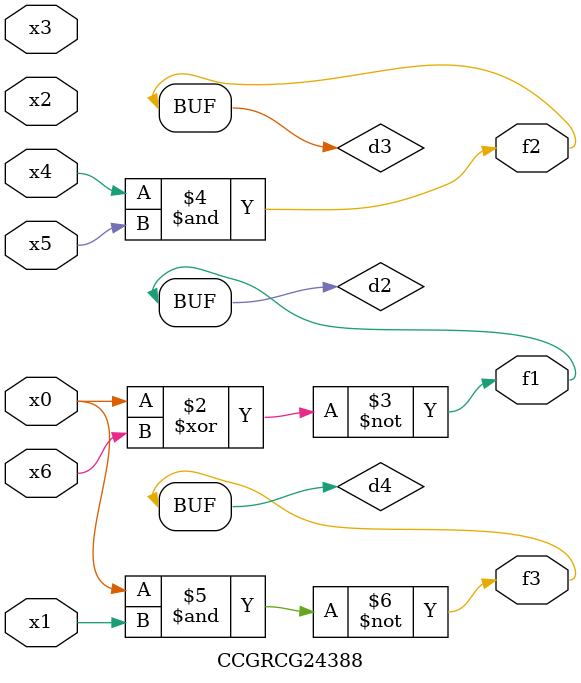
<source format=v>
module CCGRCG24388(
	input x0, x1, x2, x3, x4, x5, x6,
	output f1, f2, f3
);

	wire d1, d2, d3, d4;

	nor (d1, x0);
	xnor (d2, x0, x6);
	and (d3, x4, x5);
	nand (d4, x0, x1);
	assign f1 = d2;
	assign f2 = d3;
	assign f3 = d4;
endmodule

</source>
